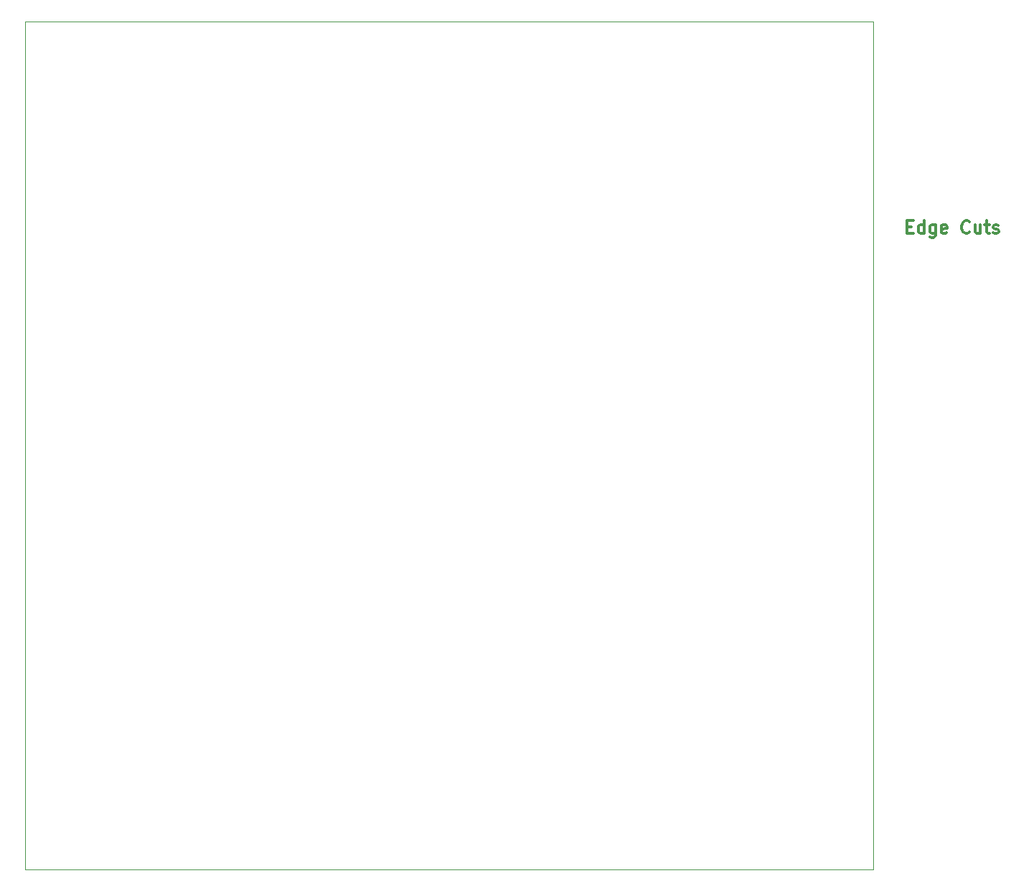
<source format=gbr>
G04 (created by PCBNEW (2013-07-07 BZR 4022)-stable) date 9/18/2013 12:24:05*
%MOIN*%
G04 Gerber Fmt 3.4, Leading zero omitted, Abs format*
%FSLAX34Y34*%
G01*
G70*
G90*
G04 APERTURE LIST*
%ADD10C,0.00590551*%
%ADD11C,0.011811*%
%ADD12C,0.00393701*%
G04 APERTURE END LIST*
G54D10*
G54D11*
X51197Y-18197D02*
X51394Y-18197D01*
X51479Y-18506D02*
X51197Y-18506D01*
X51197Y-17916D01*
X51479Y-17916D01*
X51985Y-18506D02*
X51985Y-17916D01*
X51985Y-18478D02*
X51929Y-18506D01*
X51816Y-18506D01*
X51760Y-18478D01*
X51732Y-18450D01*
X51704Y-18394D01*
X51704Y-18225D01*
X51732Y-18169D01*
X51760Y-18141D01*
X51816Y-18113D01*
X51929Y-18113D01*
X51985Y-18141D01*
X52519Y-18113D02*
X52519Y-18591D01*
X52491Y-18647D01*
X52463Y-18675D01*
X52407Y-18703D01*
X52322Y-18703D01*
X52266Y-18675D01*
X52519Y-18478D02*
X52463Y-18506D01*
X52350Y-18506D01*
X52294Y-18478D01*
X52266Y-18450D01*
X52238Y-18394D01*
X52238Y-18225D01*
X52266Y-18169D01*
X52294Y-18141D01*
X52350Y-18113D01*
X52463Y-18113D01*
X52519Y-18141D01*
X53025Y-18478D02*
X52969Y-18506D01*
X52857Y-18506D01*
X52800Y-18478D01*
X52772Y-18422D01*
X52772Y-18197D01*
X52800Y-18141D01*
X52857Y-18113D01*
X52969Y-18113D01*
X53025Y-18141D01*
X53053Y-18197D01*
X53053Y-18253D01*
X52772Y-18309D01*
X54094Y-18450D02*
X54066Y-18478D01*
X53982Y-18506D01*
X53925Y-18506D01*
X53841Y-18478D01*
X53785Y-18422D01*
X53757Y-18366D01*
X53728Y-18253D01*
X53728Y-18169D01*
X53757Y-18056D01*
X53785Y-18000D01*
X53841Y-17944D01*
X53925Y-17916D01*
X53982Y-17916D01*
X54066Y-17944D01*
X54094Y-17972D01*
X54600Y-18113D02*
X54600Y-18506D01*
X54347Y-18113D02*
X54347Y-18422D01*
X54375Y-18478D01*
X54431Y-18506D01*
X54516Y-18506D01*
X54572Y-18478D01*
X54600Y-18450D01*
X54797Y-18113D02*
X55022Y-18113D01*
X54881Y-17916D02*
X54881Y-18422D01*
X54910Y-18478D01*
X54966Y-18506D01*
X55022Y-18506D01*
X55191Y-18478D02*
X55247Y-18506D01*
X55359Y-18506D01*
X55416Y-18478D01*
X55444Y-18422D01*
X55444Y-18394D01*
X55416Y-18338D01*
X55359Y-18309D01*
X55275Y-18309D01*
X55219Y-18281D01*
X55191Y-18225D01*
X55191Y-18197D01*
X55219Y-18141D01*
X55275Y-18113D01*
X55359Y-18113D01*
X55416Y-18141D01*
G54D12*
X10236Y-48031D02*
X10236Y-8661D01*
X49606Y-48031D02*
X10236Y-48031D01*
X49606Y-8661D02*
X49606Y-48031D01*
X10236Y-8661D02*
X49606Y-8661D01*
M02*

</source>
